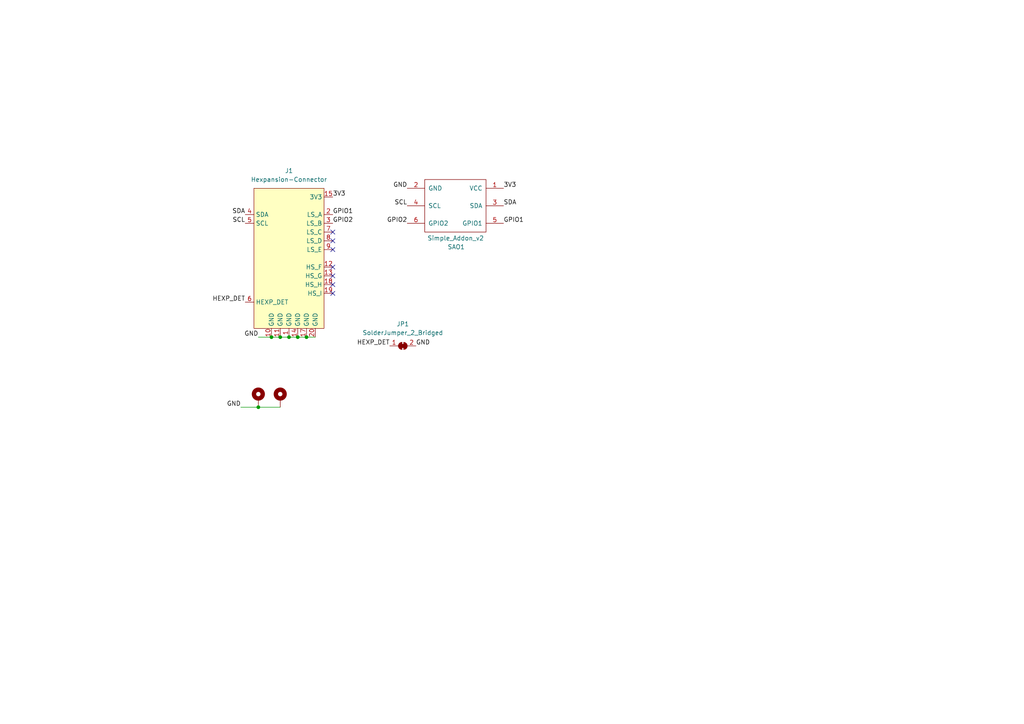
<source format=kicad_sch>
(kicad_sch (version 20231120) (generator "eeschema") (generator_version "8.0")
  (paper "A4")
  (lib_symbols
    (symbol "Jumper:SolderJumper_2_Bridged" (pin_names (offset 0) hide)
      (property "Reference" "JP" (at 0 2.032 0))
      (property "Value" "SolderJumper_2_Bridged" (at 0 -2.54 0))
      (symbol "SolderJumper_2_Bridged_0_1"
        (rectangle (start -0.508 0.508) (end 0.508 -0.508) (fill (type outline)))
        (arc (start -0.254 1.016) (mid -1.2656 0) (end -0.254 -1.016))
        (arc (start -0.254 1.016) (mid -1.2656 0) (end -0.254 -1.016) (fill (type outline)))
        (polyline (pts (xy -0.254 1.016) (xy -0.254 -1.016)))
        (polyline (pts (xy 0.254 1.016) (xy 0.254 -1.016)))
        (arc (start 0.254 -1.016) (mid 1.2656 0) (end 0.254 1.016))
        (arc (start 0.254 -1.016) (mid 1.2656 0) (end 0.254 1.016) (fill (type outline)))
      )
      (symbol "SolderJumper_2_Bridged_1_1"
        (pin passive line (at -3.81 0 0) (length 2.54) (name "A") (number "1"))
        (pin passive line (at 3.81 0 180) (length 2.54) (name "B") (number "2"))
      )
    )
    (symbol "Mechanical:MountingHole_Pad" (pin_numbers hide) (pin_names (offset 1.016) hide)
      (property "Reference" "H" (at 0 6.35 0))
      (property "Value" "MountingHole_Pad" (at 0 4.445 0))
      (symbol "MountingHole_Pad_0_1"
        (circle (center 0 1.27) (radius 1.27) (stroke (width 1.27)))
      )
      (symbol "MountingHole_Pad_1_1"
        (pin input line (at 0 -2.54 90) (length 2.54) (name "1") (number "1"))
      )
    )
    (symbol "Simple_Addon_v2:Simple_Addon_v2" (pin_names (offset 1.016))
      (property "Reference" "X" (at 0 0 0))
      (property "Value" "Simple_Addon_v2" (at 0 20.32 0))
      (symbol "Simple_Addon_v2_0_1"
        (rectangle (start -7.62 8.89) (end 7.62 -8.89))
      )
      (symbol "Simple_Addon_v2_1_1"
        (pin input line (at -5.08 13.97 270) (length 5.08) (name "VCC") (number "1"))
        (pin input line (at -5.08 -13.97 90) (length 5.08) (name "GND") (number "2"))
        (pin input line (at 0 13.97 270) (length 5.08) (name "SDA") (number "3"))
        (pin input line (at 0 -13.97 90) (length 5.08) (name "SCL") (number "4"))
        (pin input line (at 5.08 13.97 270) (length 5.08) (name "GPIO1") (number "5"))
        (pin input line (at 5.08 -13.97 90) (length 5.08) (name "GPIO2") (number "6"))
      )
    )
    (symbol "tildagon:hexpansion-edge-connector" (in_bom no)
      (property "Reference" "J" (at -6.35 17.78 0))
      (property "Value" "Hexpansion-Connector" (at 0 21.59 0))
      (symbol "hexpansion-edge-connector_1_1"
        (rectangle (start -10.16 20.32) (end 10.16 -20.32) (fill (type background)))
        (pin power_out line (at 0 -22.86 90) (length 2.54) (name "GND") (number "1"))
        (pin passive line (at -5.08 -22.86 90) (length 2.54) (name "GND") (number "10"))
        (pin passive line (at -2.54 -22.86 90) (length 2.54) (name "GND") (number "11"))
        (pin bidirectional line (at 12.7 -2.54 180) (length 2.54) (name "HS_F") (number "12"))
        (pin bidirectional line (at 12.7 -5.08 180) (length 2.54) (name "HS_G") (number "13"))
        (pin passive line (at 2.54 -22.86 90) (length 2.54) (name "GND") (number "14"))
        (pin power_out line (at 12.7 17.78 180) (length 2.54) (name "3V3") (number "15"))
        (pin passive line (at 12.7 17.78 180) (length 2.54) hide (name "3V3") (number "16"))
        (pin passive line (at 5.08 -22.86 90) (length 2.54) (name "GND") (number "17"))
        (pin bidirectional line (at 12.7 -7.62 180) (length 2.54) (name "HS_H") (number "18"))
        (pin bidirectional line (at 12.7 -10.16 180) (length 2.54) (name "HS_I") (number "19"))
        (pin bidirectional line (at 12.7 12.7 180) (length 2.54) (name "LS_A") (number "2"))
        (pin passive line (at 7.62 -22.86 90) (length 2.54) (name "GND") (number "20"))
        (pin bidirectional line (at 12.7 10.16 180) (length 2.54) (name "LS_B") (number "3"))
        (pin bidirectional line (at -12.7 12.7 0) (length 2.54) (name "SDA") (number "4"))
        (pin output line (at -12.7 10.16 0) (length 2.54) (name "SCL") (number "5"))
        (pin bidirectional line (at -12.7 -12.7 0) (length 2.54) (name "HEXP_DET") (number "6"))
        (pin bidirectional line (at 12.7 7.62 180) (length 2.54) (name "LS_C") (number "7"))
        (pin bidirectional line (at 12.7 5.08 180) (length 2.54) (name "LS_D") (number "8"))
        (pin bidirectional line (at 12.7 2.54 180) (length 2.54) (name "LS_E") (number "9"))
      )
    )
  )
  (junction (at 88.9 97.79))
  (junction (at 81.28 97.79))
  (junction (at 86.36 97.79))
  (junction (at 83.82 97.79))
  (junction (at 78.74 97.79))
  (junction (at 74.93 118.11))
  (no_connect (at 96.52 82.55))
  (no_connect (at 96.52 72.39))
  (no_connect (at 96.52 67.31))
  (no_connect (at 96.52 69.85))
  (no_connect (at 96.52 77.47))
  (no_connect (at 96.52 85.09))
  (no_connect (at 96.52 80.01))
  (wire (pts (xy 74.93 118.11) (xy 81.28 118.11)))
  (wire (pts (xy 81.28 97.79) (xy 83.82 97.79)))
  (wire (pts (xy 74.93 97.79) (xy 78.74 97.79)))
  (wire (pts (xy 83.82 97.79) (xy 86.36 97.79)))
  (wire (pts (xy 86.36 97.79) (xy 88.9 97.79)))
  (wire (pts (xy 69.85 118.11) (xy 74.93 118.11)))
  (wire (pts (xy 88.9 97.79) (xy 91.44 97.79)))
  (wire (pts (xy 78.74 97.79) (xy 81.28 97.79)))
  (label "HEXP_DET" (at 113.03 100.33 180))
  (label "GND" (at 69.85 118.11 180))
  (label "3V3" (at 96.52 57.15 0))
  (label "SCL" (at 118.11 59.69 180))
  (label "GND" (at 120.65 100.33 0))
  (label "SCL" (at 71.12 64.77 180))
  (label "SDA" (at 146.05 59.69 0))
  (label "GND" (at 118.11 54.61 180))
  (label "SDA" (at 71.12 62.23 180))
  (label "GND" (at 74.93 97.79 180))
  (label "GPIO1" (at 146.05 64.77 0))
  (label "GPIO2" (at 96.52 64.77 0))
  (label "GPIO1" (at 96.52 62.23 0))
  (label "HEXP_DET" (at 71.12 87.63 180))
  (label "GPIO2" (at 118.11 64.77 180))
  (label "3V3" (at 146.05 54.61 0))
  (symbol (lib_id "Mechanical:MountingHole_Pad") (at 74.93 115.57 0) (unit 1)
    (property "Reference" "H1" (effects (hide yes)))
    (property "Value" "MountingHole_Pad" (effects (hide yes)))
    (property "Footprint" "MountingHole:MountingHole_2.2mm_M2_Pad_Via" (effects (hide yes)))
  )
  (symbol (lib_id "Mechanical:MountingHole_Pad") (at 81.28 115.57 0) (unit 1)
    (property "Reference" "H2" (effects (hide yes)))
    (property "Value" "MountingHole_Pad" (effects (hide yes)))
    (property "Footprint" "MountingHole:MountingHole_2.2mm_M2_Pad_Via" (effects (hide yes)))
  )
  (symbol (lib_id "tildagon:hexpansion-edge-connector") (at 83.82 74.93 0) (unit 1) (exclude_from_sim yes) (in_bom no)
    (property "Reference" "J1" (at 83.82 49.53 0))
    (property "Value" "Hexpansion-Connector" (at 83.82 52.07 0))
    (property "Footprint" "tildagon:hexpansion-edge-connector" (effects (hide yes)))
  )
  (symbol (lib_id "Jumper:SolderJumper_2_Bridged") (at 116.84 100.33 0) (unit 1)
    (property "Reference" "JP1" (at 116.84 93.98 0))
    (property "Value" "SolderJumper_2_Bridged" (at 116.84 96.52 0))
    (property "Footprint" "Jumper:SolderJumper-2_P1.3mm_Bridged_RoundedPad1.0x1.5mm" (effects (hide yes)))
  )
  (symbol (lib_id "Simple_Addon_v2:Simple_Addon_v2") (at 132.08 59.69 270) (unit 1)
    (property "Reference" "SAO1" (at 129.794 71.628 90) (effects (justify left)))
    (property "Value" "Simple_Addon_v2" (at 123.952 69.088 90) (effects (justify left)))
    (property "Footprint" "Simple_Addon_v2:Simple_Addon_v2-BADGE-2x3" (effects (hide yes)))
  )
)
</source>
